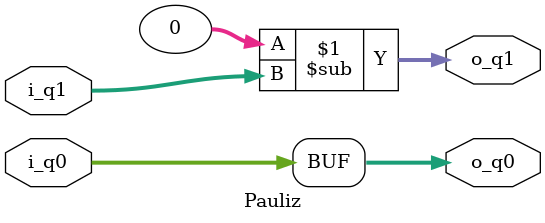
<source format=v>
`timescale 1ns / 1ps


module Pauliz(    
    input signed [31:0] i_q0,
    input signed [31:0] i_q1,
    output signed [31:0] o_q0,
    output signed [31:0] o_q1
    );

    
    assign o_q0 = i_q0;
    assign o_q1 = 0 - i_q1;
    
endmodule

</source>
